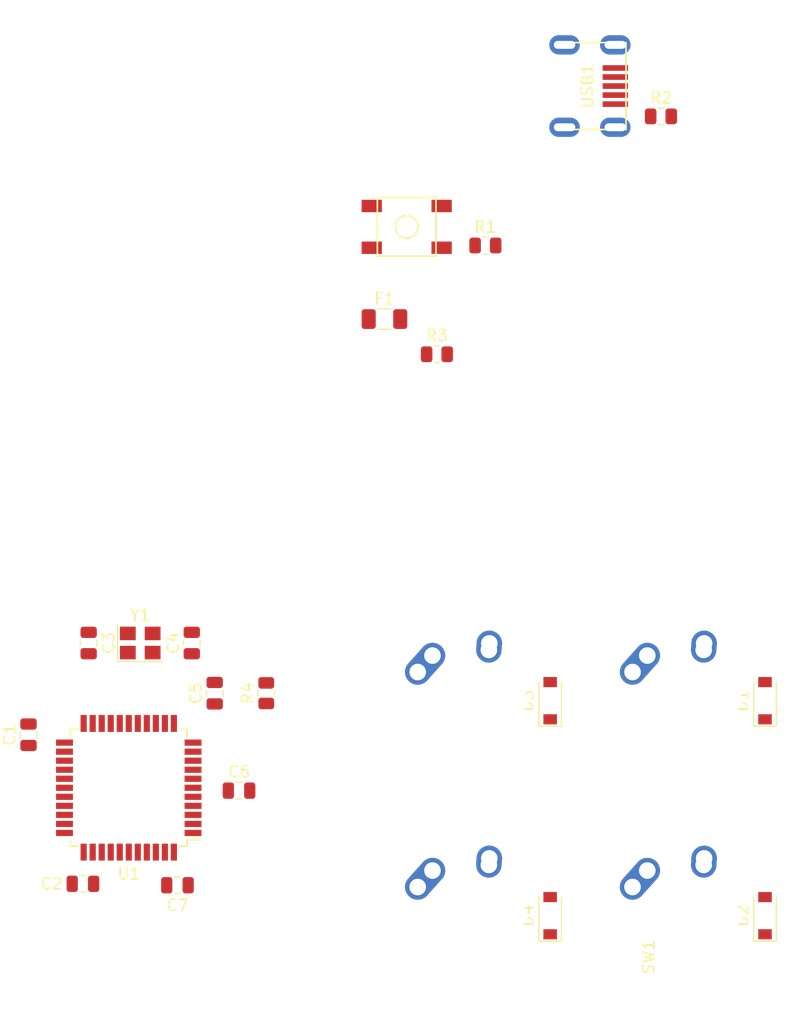
<source format=kicad_pcb>
(kicad_pcb (version 20211014) (generator pcbnew)
  (layers (0 "F.Cu" signal) (31 "B.Cu" signal) (34 "B.Paste" user) (35 "F.Paste" user) (36 "B.SilkS" user "B.Silkscreen") (37 "F.SilkS" user "F.Silkscreen") (38 "B.Mask" user) (39 "F.Mask" user) (44 "Edge.Cuts" user))
  (net 0 "")
  (net 1 "+5V")
  (net 2 "GND")
  (net 3 "Net-(C3-Pad2)")
  (net 4 "Net-(C4-Pad2)")
  (net 5 "Net-(C6-Pad1)")
  (net 6 "ROW0")
  (net 7 "Net-(D1-Pad2)")
  (net 8 "ROW1")
  (net 9 "Net-(D2-Pad2)")
  (net 10 "Net-(D3-Pad2)")
  (net 11 "Net-(D4-Pad2)")
  (net 12 "VCC")
  (net 13 "COL0")
  (net 14 "COL1")
  (net 15 "D-")
  (net 16 "Net-(R1-Pad2)")
  (net 17 "D+")
  (net 18 "Net-(R2-Pad2)")
  (net 19 "Net-(R3-Pad2)")
  (net 20 "Net-(R4-Pad1)")
  (footprint "Diode_SMD:D_SOD-123" (layer "F.Cu") (at 96.04375 86.51875 90)
    (fp_text reference "D3" (at 0 -2 90) (layer "F.SilkS"))
    (fp_text value "D_Small")
    (fp_line (start -2.25 -1) (end -2.25 1) (layer "F.SilkS") (width 0.12))
    (fp_line (start -2.25 -1) (end 1.65 -1) (layer "F.SilkS") (width 0.12))
    (fp_line (start -2.25 1) (end 1.65 1) (layer "F.SilkS") (width 0.12))
    (pad "1" smd rect locked (at -1.65 0 90) (size 0.9 1.2) (layers "F.Cu" "F.Paste" "F.Mask") (net 6 "ROW0"))
    (pad "2" smd rect locked (at 1.65 0 90) (size 0.9 1.2) (layers "F.Cu" "F.Paste" "F.Mask") (net 10 "Net-(D3-Pad2)"))
  )
  (footprint "Capacitor_SMD:C_0805_2012Metric" (layer "F.Cu") (at 68.453 94.488)
    (fp_text reference "C6" (at 0 -1.68) (layer "F.SilkS"))
    (fp_text value "1uF")
    (fp_line (start -0.261252 -0.735) (end 0.261252 -0.735) (layer "F.SilkS") (width 0.12))
    (fp_line (start -0.261252 0.735) (end 0.261252 0.735) (layer "F.SilkS") (width 0.12))
    (pad "1" smd roundrect locked (at -0.95 0) (size 1 1.45) (layers "F.Cu" "F.Paste" "F.Mask") (net 5 "Net-(C6-Pad1)"))
    (pad "2" smd roundrect locked (at 0.95 0) (size 1 1.45) (layers "F.Cu" "F.Paste" "F.Mask") (net 2 "GND"))
  )
  (footprint "Capacitor_SMD:C_0805_2012Metric" (layer "F.Cu") (at 62.992 102.87 180)
    (fp_text reference "C7" (at 0 -1.778) (layer "F.SilkS"))
    (fp_text value "10uF")
    (fp_line (start -0.261252 -0.735) (end 0.261252 -0.735) (layer "F.SilkS") (width 0.12))
    (fp_line (start -0.261252 0.735) (end 0.261252 0.735) (layer "F.SilkS") (width 0.12))
    (pad "1" smd roundrect locked (at -0.95 0 180) (size 1 1.45) (layers "F.Cu" "F.Paste" "F.Mask") (net 1 "+5V"))
    (pad "2" smd roundrect locked (at 0.95 0 180) (size 1 1.45) (layers "F.Cu" "F.Paste" "F.Mask") (net 2 "GND"))
  )
  (footprint "Resistor_SMD:R_0805_2012Metric" (layer "F.Cu") (at 85.99875 55.8225)
    (fp_text reference "R3" (at 0 -1.65) (layer "F.SilkS"))
    (fp_text value "R_Small")
    (fp_line (start -0.227064 -0.735) (end 0.227064 -0.735) (layer "F.SilkS") (width 0.12))
    (fp_line (start -0.227064 0.735) (end 0.227064 0.735) (layer "F.SilkS") (width 0.12))
    (pad "1" smd roundrect locked (at -0.9125 0) (size 1.025 1.4) (layers "F.Cu" "F.Paste" "F.Mask") (roundrect_rratio 0.243902) (net 1 "+5V"))
    (pad "2" smd roundrect locked (at 0.9125 0) (size 1.025 1.4) (layers "F.Cu" "F.Paste" "F.Mask") (roundrect_rratio 0.243902) (net 19 "Net-(R3-Pad2)"))
  )
  (footprint "MX_Alps_Hybrid:MX-1U-NoLED" (layer "F.Cu") (at 88.10625 86.51875)
    (fp_text reference "MX3")
    (fp_text value "MX-NoLED")
    (pad "" np_thru_hole circle locked (at 5.08 0 48.0996) (size 1.75 1.75) (drill 1.75) (layers *.Cu *.Mask))
    (pad "" np_thru_hole circle locked (at 0 0) (size 3.9878 3.9878) (drill 3.9878) (layers *.Cu *.Mask))
    (pad "" np_thru_hole circle locked (at -5.08 0 48.0996) (size 1.75 1.75) (drill 1.75) (layers *.Cu *.Mask))
    (pad "1" thru_hole oval locked (at -3.81 -2.54 48.0996) (size 4.211556 2.25) (drill 1.47 (offset 0.980778 0)) (layers *.Cu "B.Mask") (net 14 "COL1"))
    (pad "1" thru_hole circle locked (at -2.5 -4) (size 2.25 2.25) (drill 1.47) (layers *.Cu "B.Mask") (net 14 "COL1"))
    (pad "2" thru_hole circle locked (at 2.54 -5.08) (size 2.25 2.25) (drill 1.47) (layers *.Cu "B.Mask") (net 10 "Net-(D3-Pad2)"))
    (pad "2" thru_hole oval locked (at 2.5 -4.5 86.0548) (size 2.831378 2.25) (drill 1.47 (offset 0.290689 0)) (layers *.Cu "B.Mask") (net 10 "Net-(D3-Pad2)"))
  )
  (footprint "Capacitor_SMD:C_0805_2012Metric" (layer "F.Cu") (at 55.118 81.407 -90)
    (fp_text reference "C3" (at 0 -1.778 90) (layer "F.SilkS"))
    (fp_text value "22pF")
    (fp_line (start -0.261252 -0.735) (end 0.261252 -0.735) (layer "F.SilkS") (width 0.12))
    (fp_line (start -0.261252 0.735) (end 0.261252 0.735) (layer "F.SilkS") (width 0.12))
    (pad "1" smd roundrect locked (at -0.95 0 270) (size 1 1.45) (layers "F.Cu" "F.Paste" "F.Mask") (net 2 "GND"))
    (pad "2" smd roundrect locked (at 0.95 0 270) (size 1 1.45) (layers "F.Cu" "F.Paste" "F.Mask") (net 3 "Net-(C3-Pad2)"))
  )
  (footprint "Capacitor_SMD:C_0805_2012Metric" (layer "F.Cu") (at 54.61 102.743)
    (fp_text reference "C2" (at -2.794 0) (layer "F.SilkS"))
    (fp_text value "0.1uF")
    (fp_line (start -0.261252 -0.735) (end 0.261252 -0.735) (layer "F.SilkS") (width 0.12))
    (fp_line (start -0.261252 0.735) (end 0.261252 0.735) (layer "F.SilkS") (width 0.12))
    (pad "1" smd roundrect locked (at -0.95 0) (size 1 1.45) (layers "F.Cu" "F.Paste" "F.Mask") (net 1 "+5V"))
    (pad "2" smd roundrect locked (at 0.95 0) (size 1 1.45) (layers "F.Cu" "F.Paste" "F.Mask") (net 2 "GND"))
  )
  (footprint "MX_Alps_Hybrid:MX-1U-NoLED" (layer "F.Cu") (at 88.10625 105.56875)
    (fp_text reference "MX4")
    (fp_text value "MX-NoLED")
    (pad "" np_thru_hole circle locked (at 0 0) (size 3.9878 3.9878) (drill 3.9878) (layers *.Cu *.Mask))
    (pad "" np_thru_hole circle locked (at 5.08 0 48.0996) (size 1.75 1.75) (drill 1.75) (layers *.Cu *.Mask))
    (pad "" np_thru_hole circle locked (at -5.08 0 48.0996) (size 1.75 1.75) (drill 1.75) (layers *.Cu *.Mask))
    (pad "1" thru_hole oval locked (at -3.81 -2.54 48.0996) (size 4.211556 2.25) (drill 1.47 (offset 0.980778 0)) (layers *.Cu "B.Mask") (net 14 "COL1"))
    (pad "1" thru_hole circle locked (at -2.5 -4) (size 2.25 2.25) (drill 1.47) (layers *.Cu "B.Mask") (net 14 "COL1"))
    (pad "2" thru_hole circle locked (at 2.54 -5.08) (size 2.25 2.25) (drill 1.47) (layers *.Cu "B.Mask") (net 11 "Net-(D4-Pad2)"))
    (pad "2" thru_hole oval locked (at 2.5 -4.5 86.0548) (size 2.831378 2.25) (drill 1.47 (offset 0.290689 0)) (layers *.Cu "B.Mask") (net 11 "Net-(D4-Pad2)"))
  )
  (footprint "Package_QFP:TQFP-44_10x10mm_P0.8mm" (layer "F.Cu") (at 58.674 94.234 180)
    (fp_text reference "U1" (at 0 -7.62) (layer "F.SilkS"))
    (fp_text value "ATmega32U4-A")
    (fp_line (start 5.175 -5.175) (end 4.5 -5.175) (layer "F.SilkS") (width 0.15))
    (fp_line (start -5.175 -5.175) (end -5.175 -4.6) (layer "F.SilkS") (width 0.15))
    (fp_line (start -5.175 5.175) (end -4.5 5.175) (layer "F.SilkS") (width 0.15))
    (fp_line (start -5.175 5.175) (end -5.175 4.5) (layer "F.SilkS") (width 0.15))
    (fp_line (start 5.175 5.175) (end 5.175 4.5) (layer "F.SilkS") (width 0.15))
    (fp_line (start -5.175 -5.175) (end -4.5 -5.175) (layer "F.SilkS") (width 0.15))
    (fp_line (start -5.175 -4.6) (end -6.45 -4.6) (layer "F.SilkS") (width 0.15))
    (fp_line (start 5.175 5.175) (end 4.5 5.175) (layer "F.SilkS") (width 0.15))
    (fp_line (start 5.175 -5.175) (end 5.175 -4.5) (layer "F.SilkS") (width 0.15))
    (pad "1" smd rect locked (at -5.7 -4 180) (size 1.5 0.55) (layers "F.Cu" "F.Paste" "F.Mask"))
    (pad "2" smd rect locked (at -5.7 -3.2 180) (size 1.5 0.55) (layers "F.Cu" "F.Paste" "F.Mask") (net 1 "+5V"))
    (pad "3" smd rect locked (at -5.7 -2.4 180) (size 1.5 0.55) (layers "F.Cu" "F.Paste" "F.Mask") (net 16 "Net-(R1-Pad2)"))
    (pad "4" smd rect locked (at -5.7 -1.6 180) (size 1.5 0.55) (layers "F.Cu" "F.Paste" "F.Mask") (net 18 "Net-(R2-Pad2)"))
    (pad "5" smd rect locked (at -5.7 -0.8 180) (size 1.5 0.55) (layers "F.Cu" "F.Paste" "F.Mask") (net 2 "GND"))
    (pad "6" smd rect locked (at -5.7 0 180) (size 1.5 0.55) (layers "F.Cu" "F.Paste" "F.Mask") (net 5 "Net-(C6-Pad1)"))
    (pad "7" smd rect locked (at -5.7 0.8 180) (size 1.5 0.55) (layers "F.Cu" "F.Paste" "F.Mask") (net 1 "+5V"))
    (pad "8" smd rect locked (at -5.7 1.6 180) (size 1.5 0.55) (layers "F.Cu" "F.Paste" "F.Mask"))
    (pad "9" smd rect locked (at -5.7 2.4 180) (size 1.5 0.55) (layers "F.Cu" "F.Paste" "F.Mask"))
    (pad "10" smd rect locked (at -5.7 3.2 180) (size 1.5 0.55) (layers "F.Cu" "F.Paste" "F.Mask"))
    (pad "11" smd rect locked (at -5.7 4 180) (size 1.5 0.55) (layers "F.Cu" "F.Paste" "F.Mask"))
    (pad "12" smd rect locked (at -4 5.7 270) (size 1.5 0.55) (layers "F.Cu" "F.Paste" "F.Mask"))
    (pad "13" smd rect locked (at -3.2 5.7 270) (size 1.5 0.55) (layers "F.Cu" "F.Paste" "F.Mask") (net 19 "Net-(R3-Pad2)"))
    (pad "14" smd rect locked (at -2.4 5.7 270) (size 1.5 0.55) (layers "F.Cu" "F.Paste" "F.Mask") (net 1 "+5V"))
    (pad "15" smd rect locked (at -1.6 5.7 270) (size 1.5 0.55) (layers "F.Cu" "F.Paste" "F.Mask") (net 2 "GND"))
    (pad "16" smd rect locked (at -0.8 5.7 270) (size 1.5 0.55) (layers "F.Cu" "F.Paste" "F.Mask") (net 4 "Net-(C4-Pad2)"))
    (pad "17" smd rect locked (at 0 5.7 270) (size 1.5 0.55) (layers "F.Cu" "F.Paste" "F.Mask") (net 3 "Net-(C3-Pad2)"))
    (pad "18" smd rect locked (at 0.8 5.7 270) (size 1.5 0.55) (layers "F.Cu" "F.Paste" "F.Mask"))
    (pad "19" smd rect locked (at 1.6 5.7 270) (size 1.5 0.55) (layers "F.Cu" "F.Paste" "F.Mask"))
    (pad "20" smd rect locked (at 2.4 5.7 270) (size 1.5 0.55) (layers "F.Cu" "F.Paste" "F.Mask"))
    (pad "21" smd rect locked (at 3.2 5.7 270) (size 1.5 0.55) (layers "F.Cu" "F.Paste" "F.Mask"))
    (pad "22" smd rect locked (at 4 5.7 270) (size 1.5 0.55) (layers "F.Cu" "F.Paste" "F.Mask"))
    (pad "23" smd rect locked (at 5.7 4 180) (size 1.5 0.55) (layers "F.Cu" "F.Paste" "F.Mask") (net 2 "GND"))
    (pad "24" smd rect locked (at 5.7 3.2 180) (size 1.5 0.55) (layers "F.Cu" "F.Paste" "F.Mask") (net 1 "+5V"))
    (pad "25" smd rect locked (at 5.7 2.4 180) (size 1.5 0.55) (layers "F.Cu" "F.Paste" "F.Mask"))
    (pad "26" smd rect locked (at 5.7 1.6 180) (size 1.5 0.55) (layers "F.Cu" "F.Paste" "F.Mask"))
    (pad "27" smd rect locked (at 5.7 0.8 180) (size 1.5 0.55) (layers "F.Cu" "F.Paste" "F.Mask") (net 6 "ROW0"))
    (pad "28" smd rect locked (at 5.7 0 180) (size 1.5 0.55) (layers "F.Cu" "F.Paste" "F.Mask") (net 14 "COL1"))
    (pad "29" smd rect locked (at 5.7 -0.8 180) (size 1.5 0.55) (layers "F.Cu" "F.Paste" "F.Mask") (net 13 "COL0"))
    (pad "30" smd rect locked (at 5.7 -1.6 180) (size 1.5 0.55) (layers "F.Cu" "F.Paste" "F.Mask") (net 8 "ROW1"))
    (pad "31" smd rect locked (at 5.7 -2.4 180) (size 1.5 0.55) (layers "F.Cu" "F.Paste" "F.Mask"))
    (pad "32" smd rect locked (at 5.7 -3.2 180) (size 1.5 0.55) (layers "F.Cu" "F.Paste" "F.Mask"))
    (pad "33" smd rect locked (at 5.7 -4 180) (size 1.5 0.55) (layers "F.Cu" "F.Paste" "F.Mask") (net 20 "Net-(R4-Pad1)"))
    (pad "34" smd rect locked (at 4 -5.7 270) (size 1.5 0.55) (layers "F.Cu" "F.Paste" "F.Mask") (net 1 "+5V"))
    (pad "35" smd rect locked (at 3.2 -5.7 270) (size 1.5 0.55) (layers "F.Cu" "F.Paste" "F.Mask") (net 2 "GND"))
    (pad "36" smd rect locked (at 2.4 -5.7 270) (size 1.5 0.55) (layers "F.Cu" "F.Paste" "F.Mask"))
    (pad "37" smd rect locked (at 1.6 -5.7 270) (size 1.5 0.55) (layers "F.Cu" "F.Paste" "F.Mask"))
    (pad "38" smd rect locked (at 0.8 -5.7 270) (size 1.5 0.55) (layers "F.Cu" "F.Paste" "F.Mask"))
    (pad "39" smd rect locked (at 0 -5.7 270) (size 1.5 0.55) (layers "F.Cu" "F.Paste" "F.Mask"))
    (pad "40" smd rect locked (at -0.8 -5.7 270) (size 1.5 0.55) (layers "F.Cu" "F.Paste" "F.Mask"))
    (pad "41" smd rect locked (at -1.6 -5.7 270) (size 1.5 0.55) (layers "F.Cu" "F.Paste" "F.Mask"))
    (pad "42" smd rect locked (at -2.4 -5.7 270) (size 1.5 0.55) (layers "F.Cu" "F.Paste" "F.Mask"))
    (pad "43" smd rect locked (at -3.2 -5.7 270) (size 1.5 0.55) (layers "F.Cu" "F.Paste" "F.Mask") (net 2 "GND"))
    (pad "44" smd rect locked (at -4 -5.7 270) (size 1.5 0.55) (layers "F.Cu" "F.Paste" "F.Mask") (net 1 "+5V"))
  )
  (footprint "Diode_SMD:D_SOD-123" (layer "F.Cu") (at 96.04375 105.56875 90)
    (fp_text reference "D4" (at 0 -2 90) (layer "F.SilkS"))
    (fp_text value "D_Small")
    (fp_line (start -2.25 -1) (end 1.65 -1) (layer "F.SilkS") (width 0.12))
    (fp_line (start -2.25 -1) (end -2.25 1) (layer "F.SilkS") (width 0.12))
    (fp_line (start -2.25 1) (end 1.65 1) (layer "F.SilkS") (width 0.12))
    (pad "1" smd rect locked (at -1.65 0 90) (size 0.9 1.2) (layers "F.Cu" "F.Paste" "F.Mask") (net 8 "ROW1"))
    (pad "2" smd rect locked (at 1.65 0 90) (size 0.9 1.2) (layers "F.Cu" "F.Paste" "F.Mask") (net 11 "Net-(D4-Pad2)"))
  )
  (footprint "random-keyboard-parts:Molex-0548190589" (layer "F.Cu") (at 97.31875 32.0545)
    (fp_text reference "USB1" (at 2.032 0 90) (layer "F.SilkS"))
    (fp_text value "Molex-0548190589")
    (fp_line (start 0 3.85) (end 5.45 3.85) (layer "F.SilkS") (width 0.15))
    (fp_line (start 5.45 -3.85) (end 5.45 3.85) (layer "F.SilkS") (width 0.15))
    (fp_line (start 0 -3.85) (end 5.45 -3.85) (layer "F.SilkS") (width 0.15))
    (pad "1" smd rect locked (at 4.5 1.6) (size 2.25 0.5) (layers "F.Cu" "F.Paste" "F.Mask") (net 2 "GND"))
    (pad "2" smd rect locked (at 4.5 0.8) (size 2.25 0.5) (layers "F.Cu" "F.Paste" "F.Mask"))
    (pad "3" smd rect locked (at 4.5 0) (size 2.25 0.5) (layers "F.Cu" "F.Paste" "F.Mask") (net 17 "D+"))
    (pad "4" smd rect locked (at 4.5 -0.8) (size 2.25 0.5) (layers "F.Cu" "F.Paste" "F.Mask") (net 15 "D-"))
    (pad "5" smd rect locked (at 4.5 -1.6) (size 2.25 0.5) (layers "F.Cu" "F.Paste" "F.Mask") (net 12 "VCC"))
    (pad "6" thru_hole oval locked (at 4.5 3.65) (size 2.7 1.7) (drill oval 1.9 0.7) (layers *.Cu *.Mask))
    (pad "6" thru_hole oval locked (at 4.5 -3.65) (size 2.7 1.7) (drill oval 1.9 0.7) (layers *.Cu *.Mask))
    (pad "6" thru_hole oval locked (at 0 -3.65) (size 2.7 1.7) (drill oval 1.9 0.7) (layers *.Cu *.Mask))
    (pad "6" thru_hole oval locked (at 0 3.65) (size 2.7 1.7) (drill oval 1.9 0.7) (layers *.Cu *.Mask))
  )
  (footprint "Fuse:Fuse_1206_3216Metric" (layer "F.Cu") (at 81.34875 52.7025)
    (fp_text reference "F1" (at 0 -1.82) (layer "F.SilkS"))
    (fp_text value "500mA")
    (fp_line (start -0.602064 0.91) (end 0.602064 0.91) (layer "F.SilkS") (width 0.12))
    (fp_line (start -0.602064 -0.91) (end 0.602064 -0.91) (layer "F.SilkS") (width 0.12))
    (pad "1" smd roundrect locked (at -1.4 0) (size 1.25 1.75) (layers "F.Cu" "F.Paste" "F.Mask") (roundrect_rratio 0.2) (net 1 "+5V"))
    (pad "2" smd roundrect locked (at 1.4 0) (size 1.25 1.75) (layers "F.Cu" "F.Paste" "F.Mask") (roundrect_rratio 0.2) (net 12 "VCC"))
  )
  (footprint "Resistor_SMD:R_0805_2012Metric" (layer "F.Cu") (at 70.866 85.852 90)
    (fp_text reference "R4" (at 0 -1.65 90) (layer "F.SilkS"))
    (fp_text value "10k")
    (fp_line (start -0.227064 -0.735) (end 0.227064 -0.735) (layer "F.SilkS") (width 0.12))
    (fp_line (start -0.227064 0.735) (end 0.227064 0.735) (layer "F.SilkS") (width 0.12))
    (pad "1" smd roundrect locked (at -0.9125 0 90) (size 1.025 1.4) (layers "F.Cu" "F.Paste" "F.Mask") (roundrect_rratio 0.243902) (net 20 "Net-(R4-Pad1)"))
    (pad "2" smd roundrect locked (at 0.9125 0 90) (size 1.025 1.4) (layers "F.Cu" "F.Paste" "F.Mask") (roundrect_rratio 0.243902) (net 2 "GND"))
  )
  (footprint "Resistor_SMD:R_0805_2012Metric" (layer "F.Cu") (at 105.86875 34.7425)
    (fp_text reference "R2" (at 0 -1.65) (layer "F.SilkS"))
    (fp_text value "22")
    (fp_line (start -0.227064 -0.735) (end 0.227064 -0.735) (layer "F.SilkS") (width 0.12))
    (fp_line (start -0.227064 0.735) (end 0.227064 0.735) (layer "F.SilkS") (width 0.12))
    (pad "1" smd roundrect locked (at -0.9125 0) (size 1.025 1.4) (layers "F.Cu" "F.Paste" "F.Mask") (roundrect_rratio 0.243902) (net 17 "D+"))
    (pad "2" smd roundrect locked (at 0.9125 0) (size 1.025 1.4) (layers "F.Cu" "F.Paste" "F.Mask") (roundrect_rratio 0.243902) (net 18 "Net-(R2-Pad2)"))
  )
  (footprint "Capacitor_SMD:C_0805_2012Metric" (layer "F.Cu") (at 49.784 89.535 90)
    (fp_text reference "C1" (at 0 -1.68 90) (layer "F.SilkS"))
    (fp_text value "0.1uF")
    (fp_line (start -0.261252 0.735) (end 0.261252 0.735) (layer "F.SilkS") (width 0.12))
    (fp_line (start -0.261252 -0.735) (end 0.261252 -0.735) (layer "F.SilkS") (width 0.12))
    (pad "1" smd roundrect locked (at -0.95 0 90) (size 1 1.45) (layers "F.Cu" "F.Paste" "F.Mask") (net 1 "+5V"))
    (pad "2" smd roundrect locked (at 0.95 0 90) (size 1 1.45) (layers "F.Cu" "F.Paste" "F.Mask") (net 2 "GND"))
  )
  (footprint "Crystal:Crystal_SMD_3225-4Pin_3.2x2.5mm" (layer "F.Cu") (at 59.69 81.407)
    (fp_text reference "Y1" (at 0 -2.45) (layer "F.SilkS"))
    (fp_text value "16MHz")
    (fp_line (start -2 -1.65) (end -2 1.65) (layer "F.SilkS") (width 0.12))
    (fp_line (start -2 1.65) (end 2 1.65) (layer "F.SilkS") (width 0.12))
    (pad "1" smd rect locked (at -1.1 0.85) (size 1.4 1.2) (layers "F.Cu" "F.Paste" "F.Mask") (net 3 "Net-(C3-Pad2)"))
    (pad "2" smd rect locked (at 1.1 0.85) (size 1.4 1.2) (layers "F.Cu" "F.Paste" "F.Mask") (net 2 "GND"))
    (pad "3" smd rect locked (at 1.1 -0.85) (size 1.4 1.2) (layers "F.Cu" "F.Paste" "F.Mask") (net 4 "Net-(C4-Pad2)"))
    (pad "4" smd rect locked (at -1.1 -0.85) (size 1.4 1.2) (layers "F.Cu" "F.Paste" "F.Mask") (net 2 "GND"))
  )
  (footprint "Capacitor_SMD:C_0805_2012Metric" (layer "F.Cu") (at 66.294 85.852 90)
    (fp_text reference "C5" (at 0 -1.68 90) (layer "F.SilkS"))
    (fp_text value "0.1uF")
    (fp_line (start -0.261252 -0.735) (end 0.261252 -0.735) (layer "F.SilkS") (width 0.12))
    (fp_line (start -0.261252 0.735) (end 0.261252 0.735) (layer "F.SilkS") (width 0.12))
    (pad "1" smd roundrect locked (at -0.95 0 90) (size 1 1.45) (layers "F.Cu" "F.Paste" "F.Mask") (net 1 "+5V"))
    (pad "2" smd roundrect locked (at 0.95 0 90) (size 1 1.45) (layers "F.Cu" "F.Paste" "F.Mask") (net 2 "GND"))
  )
  (footprint "Diode_SMD:D_SOD-123" (layer "F.Cu") (at 115.09375 86.51875 90)
    (fp_text reference "D1" (at 0 -2 90) (layer "F.SilkS"))
    (fp_text value "D_Small")
    (fp_line (start -2.25 1) (end 1.65 1) (layer "F.SilkS") (width 0.12))
    (fp_line (start -2.25 -1) (end -2.25 1) (layer "F.SilkS") (width 0.12))
    (fp_line (start -2.25 -1) (end 1.65 -1) (layer "F.SilkS") (width 0.12))
    (pad "1" smd rect locked (at -1.65 0 90) (size 0.9 1.2) (layers "F.Cu" "F.Paste" "F.Mask") (net 6 "ROW0"))
    (pad "2" smd rect locked (at 1.65 0 90) (size 0.9 1.2) (layers "F.Cu" "F.Paste" "F.Mask") (net 7 "Net-(D1-Pad2)"))
  )
  (footprint "Capacitor_SMD:C_0805_2012Metric" (layer "F.Cu") (at 64.262 81.407 90)
    (fp_text reference "C4" (at 0 -1.651 90) (layer "F.SilkS"))
    (fp_text value "22pF")
    (fp_line (start -0.261252 0.735) (end 0.261252 0.735) (layer "F.SilkS") (width 0.12))
    (fp_line (start -0.261252 -0.735) (end 0.261252 -0.735) (layer "F.SilkS") (width 0.12))
    (pad "1" smd roundrect locked (at -0.95 0 90) (size 1 1.45) (layers "F.Cu" "F.Paste" "F.Mask") (net 2 "GND"))
    (pad "2" smd roundrect locked (at 0.95 0 90) (size 1 1.45) (layers "F.Cu" "F.Paste" "F.Mask") (net 4 "Net-(C4-Pad2)"))
  )
  (footprint "Resistor_SMD:R_0805_2012Metric" (layer "F.Cu") (at 90.29875 46.1825)
    (fp_text reference "R1" (at 0 -1.65) (layer "F.SilkS"))
    (fp_text value "22")
    (fp_line (start -0.227064 -0.735) (end 0.227064 -0.735) (layer "F.SilkS") (width 0.12))
    (fp_line (start -0.227064 0.735) (end 0.227064 0.735) (layer "F.SilkS") (width 0.12))
    (pad "1" smd roundrect locked (at -0.9125 0) (size 1.025 1.4) (layers "F.Cu" "F.Paste" "F.Mask") (roundrect_rratio 0.243902) (net 15 "D-"))
    (pad "2" smd roundrect locked (at 0.9125 0) (size 1.025 1.4) (layers "F.Cu" "F.Paste" "F.Mask") (roundrect_rratio 0.243902) (net 16 "Net-(R1-Pad2)"))
  )
  (footprint "Diode_SMD:D_SOD-123" (layer "F.Cu") (at 115.09375 105.56875 90)
    (fp_text reference "D2" (at 0 -2 90) (layer "F.SilkS"))
    (fp_text value "D_Small")
    (fp_line (start -2.25 1) (end 1.65 1) (layer "F.SilkS") (width 0.12))
    (fp_line (start -2.25 -1) (end -2.25 1) (layer "F.SilkS") (width 0.12))
    (fp_line (start -2.25 -1) (end 1.65 -1) (layer "F.SilkS") (width 0.12))
    (pad "1" smd rect locked (at -1.65 0 90) (size 0.9 1.2) (layers "F.Cu" "F.Paste" "F.Mask") (net 8 "ROW1"))
    (pad "2" smd rect locked (at 1.65 0 90) (size 0.9 1.2) (layers "F.Cu" "F.Paste" "F.Mask") (net 9 "Net-(D2-Pad2)"))
  )
  (footprint "MX_Alps_Hybrid:MX-1U-NoLED" (layer "F.Cu") (at 107.15625 105.56875)
    (fp_text reference "MX2")
    (fp_text value "MX-NoLED")
    (pad "" np_thru_hole circle locked (at -5.08 0 48.0996) (size 1.75 1.75) (drill 1.75) (layers *.Cu *.Mask))
    (pad "" np_thru_hole circle locked (at 5.08 0 48.0996) (size 1.75 1.75) (drill 1.75) (layers *.Cu *.Mask))
    (pad "" np_thru_hole circle locked (at 0 0) (size 3.9878 3.9878) (drill 3.9878) (layers *.Cu *.Mask))
    (pad "1" thru_hole oval locked (at -3.81 -2.54 48.0996) (size 4.211556 2.25) (drill 1.47 (offset 0.980778 0)) (layers *.Cu "B.Mask") (net 13 "COL0"))
    (pad "1" thru_hole circle locked (at -2.5 -4) (size 2.25 2.25) (drill 1.47) (layers *.Cu "B.Mask") (net 13 "COL0"))
    (pad "2" thru_hole oval locked (at 2.5 -4.5 86.0548) (size 2.831378 2.25) (drill 1.47 (offset 0.290689 0)) (layers *.Cu "B.Mask") (net 9 "Net-(D2-Pad2)"))
    (pad "2" thru_hole circle locked (at 2.54 -5.08) (size 2.25 2.25) (drill 1.47) (layers *.Cu "B.Mask") (net 9 "Net-(D2-Pad2)"))
  )
  (footprint "random-keyboard-parts:SKQG-1155865" (layer "F.Cu") (at 83.31875 44.5325)
    (fp_text reference "SW1" (at 21.464 64.6925 90) (layer "F.SilkS"))
    (fp_text value "SW_Push")
    (fp_line (start 2.6 -2.6) (end 2.6 2.6) (layer "F.SilkS") (width 0.15))
    (fp_line (start -2.6 -2.6) (end 2.6 -2.6) (layer "F.SilkS") (width 0.15))
    (fp_line (start 2.6 2.6) (end -2.6 2.6) (layer "F.SilkS") (width 0.15))
    (fp_line (start -2.6 2.6) (end -2.6 -2.6) (layer "F.SilkS") (width 0.15))
    (fp_circle (center 0 0) (end 1 0) (layer "F.SilkS") (width 0.15) (fill none))
    (pad "1" smd rect locked (at 3.1 1.85) (size 1.8 1.1) (layers "F.Cu" "F.Paste" "F.Mask") (net 2 "GND"))
    (pad "2" smd rect locked (at -3.1 -1.85) (size 1.8 1.1) (layers "F.Cu" "F.Paste" "F.Mask") (net 19 "Net-(R3-Pad2)"))
    (pad "3" smd rect locked (at 3.1 -1.85) (size 1.8 1.1) (layers "F.Cu" "F.Paste" "F.Mask"))
    (pad "4" smd rect locked (at -3.1 1.85) (size 1.8 1.1) (layers "F.Cu" "F.Paste" "F.Mask"))
  )
  (footprint "MX_Alps_Hybrid:MX-1U-NoLED" (layer "F.Cu") (at 107.15625 86.51875)
    (fp_text reference "MX1")
    (fp_text value "MX-NoLED")
    (pad "" np_thru_hole circle locked (at -5.08 0 48.0996) (size 1.75 1.75) (drill 1.75) (layers *.Cu *.Mask))
    (pad "" np_thru_hole circle locked (at 5.08 0 48.0996) (size 1.75 1.75) (drill 1.75) (layers *.Cu *.Mask))
    (pad "" np_thru_hole circle locked (at 0 0) (size 3.9878 3.9878) (drill 3.9878) (layers *.Cu *.Mask))
    (pad "1" thru_hole circle locked (at -2.5 -4) (size 2.25 2.25) (drill 1.47) (layers *.Cu "B.Mask") (net 13 "COL0"))
    (pad "1" thru_hole oval locked (at -3.81 -2.54 48.0996) (size 4.211556 2.25) (drill 1.47 (offset 0.980778 0)) (layers *.Cu "B.Mask") (net 13 "COL0"))
    (pad "2" thru_hole circle locked (at 2.54 -5.08) (size 2.25 2.25) (drill 1.47) (layers *.Cu "B.Mask") (net 7 "Net-(D1-Pad2)"))
    (pad "2" thru_hole oval locked (at 2.5 -4.5 86.0548) (size 2.831378 2.25) (drill 1.47 (offset 0.290689 0)) (layers *.Cu "B.Mask") (net 7 "Net-(D1-Pad2)"))
  )
)
</source>
